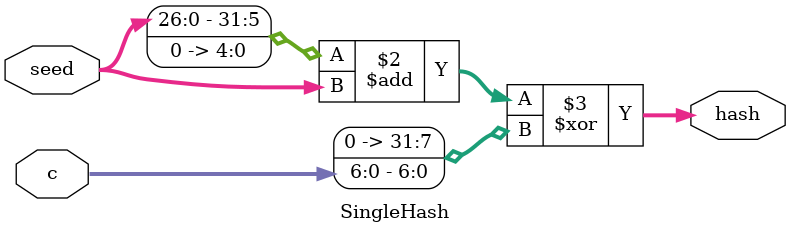
<source format=sv>
`timescale 1ns / 1ps

module SingleHash(
    input [31:0] seed,
    input [6:0] c,
    output [31:0] hash
);

assign hash = ((seed << 5) + seed) ^ {25'b0, c};

endmodule
</source>
